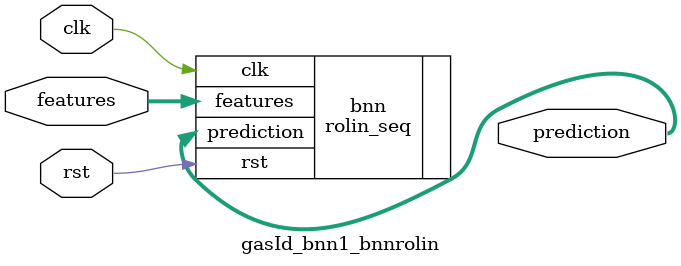
<source format=v>













module gasId_bnn1_bnnrolin #(

parameter FEAT_CNT = 128,
parameter HIDDEN_CNT = 40,
parameter FEAT_BITS = 4,
parameter CLASS_CNT = 6,
parameter TEST_CNT = 1000


  ) (
  input clk,
  input rst,
  input [FEAT_CNT*FEAT_BITS-1:0] features,
  output [$clog2(CLASS_CNT)-1:0] prediction
  );

  localparam Weights0 = 5120'b01111111110011111101000001110011011111101111111111000000001000000110100000111101000110100111101000001110100011101110001000010100010110010011101011011101010111111011100011001000000111111110010001011100101111000100111110101100001100111011010111000000010000100001111111011111001110001011000001101110111111111011111111111111000111000101001111110010000010101010101011011000001111111001110100111000001100111101011110011011101010011010011100101111100010100100001011100010000100111101001011011010101000000111000100010001011001100010000100000000110000010000010000010110111111011111110100000000110000111111000011110011100101101100001101011111101001011001100010011100010111111001101011110100111110000110101011000010100111100101111010011111011011001001101010010100110000000110000010010010000000001010000101000011001100110110001101000000100110111010011010000000111100000011001010100001111010100101111111111110001000010100010101100101010000011100000110000001111100000111000110100001000000110000000111110011010001011100110100011111101001101101101001101101110110001101110100101111110001001111111111111101001100111111101100001010110110101111000010111001100111110101111110100000101000011100011100000111010000100100010001100000001000000110001000000110000101011010010111101111101011111001000001100010011000001110000000011111010111010010000001100001101111110101111100011111001100111110111101001100001100011011000110011101110111110110000100100001000000010110001011000010001000011100000011110100011000011000000000010011111000111000011110010101110110111001001010011111110111110000100001011000100110110000111100011111101111110111111100111110001000101010101011111011110010101111111111011111100111000111110000111100100111001101100000100000001011111111111111010100110010101110110001101110000110001011010010001100110111110110000101100000111010100010101001110001000000001010111011001111110111100100001001010110000101100110100001010000101011110011111100111110000111111111001000011000110110001101111011111011100000010111100000011010011010001100101100101010101111111010000000111110000111011010111110011101100110000010100101101001101111111101110111011111110100011100110111001111100100001000000101110011100011011011010010000101000110101010101010111111000001101011111010111011100000010111101001101010110111100100001011110101011110011001001000100000001001100010011001101111000101101000010001000010001000101010100110001011111101111011011100001111011001100000100011000001001110100101101001011110001111100111111011101010111000100000000000111110111111101100100101001001100111101000111100100000101100101100101011011111011100000001110011001011011110111110010001000000000011100110100100111011011110000111111110100111101100010010001000000011000001100110001011001100000111101110011011000000111000100001001111001011111101111101010000101110110101100010100011011100110001010000000001101111111011111101000001000000101010101110001000010111001000011000011111110101001101010100010101001000000000011100000011000001000000100010001110011101110101000010000001000000001000010110001011000110110101001010111011001111111110100111010000000001111000001100010101000000111001010010010110100111011111111001010010100111100000100011011101110000001000000101111111011111110101000010010001001101000011011000010100100000101111111101111111100011010101110000110001011101100100011110000111111101101011010010000000000100101011001100111101100000111000001100101111001110101000101010001001000100010101111011000000010000101011000010100110100111010101111100000000000010000101010010111111100010001000101111101111001100111100110100010000101011101001100100110000100000101000010011000101000011111000101001111110000001100001000010001010011010110001011101010010110111100011110000011011100000110001000001011101100111101000001110000001010111110101110110000100111111110000010010000101110000101100100100111010001110011111010000010101011111011111010001110111011111010011110101110110010111001100000111110110101100101010000001111101001111000111110011001100010011110100000010101101000011100000111010111111001111000000000010000001111101110010011101000011110010010011101101111110010000110000001000001111100110001000011100000110001101001101111010000010100000110000110100011100110110011100111100110110000111010111111001110011111100011011010001100011011100110000100000110101111111111111011001001001011101010010101010100000010010101000101010001101001111011000011010010110000111001000010100111100100111000100000011010011100011010001000011000101110111011101010111011101010111011000010001100101011011111111010001110100011000111000001011111111111111000111100011001011111100010011010011000011110100110111110011111110000110001111111111110100010111011001110101111110100001111100001011001010011011110110111001110100111111101011110110001110000000110010110110110110100000111000001010011000001111001000011000010111000101000011111110001011100000000011110001111101010111110000011011100011111000010111111001111100001110011110110000000001000000010011010111101110011010101010000111111111111111000000000010011011010101101000001111111110011011111000010110000111011111000111110000011001101011000011111001111001010001111000000101111100111011 ;
  localparam Weights1 = 240'b001101100010110011101111111110000101100100111011101110001100100011010110111110010011010000101000111011101111100011011101110101110110000001111111010010111010101110110110000010000111110101011111100011100111010010101100110110001100101001011011 ;

  rolin_seq #(.FEAT_CNT(FEAT_CNT),.FEAT_BITS(FEAT_BITS),.HIDDEN_CNT(HIDDEN_CNT),.CLASS_CNT(CLASS_CNT),.Weights0(Weights0),.Weights1(Weights1)) bnn (
    .clk(clk),
    .rst(rst),
    .features(features),
    .prediction(prediction)
  );

endmodule

</source>
